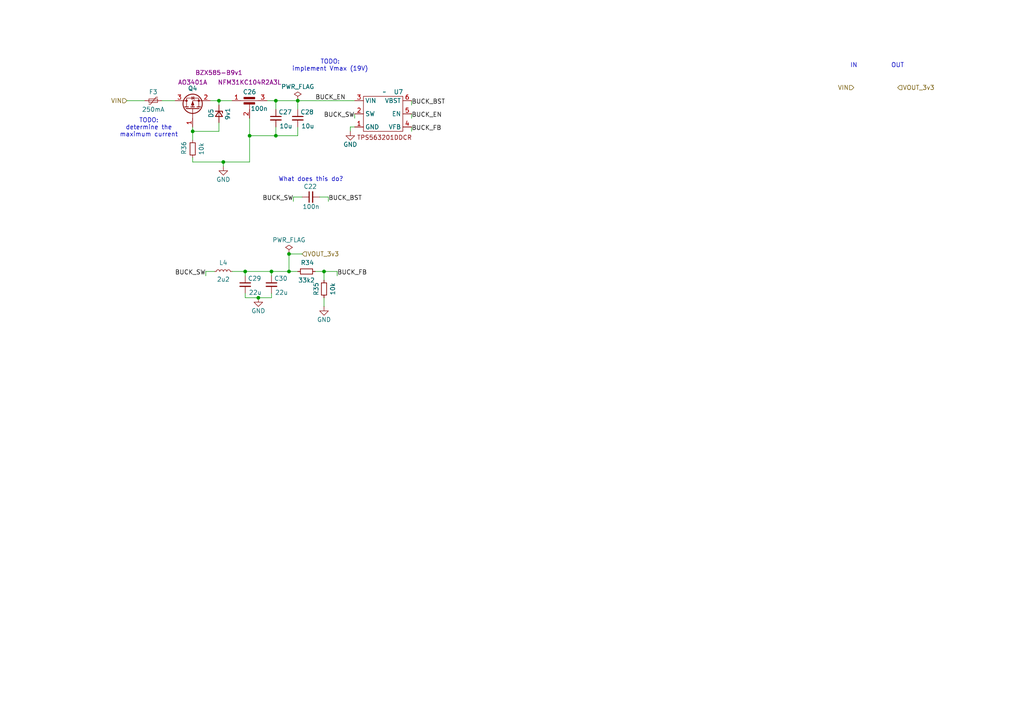
<source format=kicad_sch>
(kicad_sch (version 20231120) (generator "eeschema") (generator_version "8.0")
  (paper "A4")
  (lib_symbols
    (symbol "Device:C_Feedthrough" (pin_names (offset 0.254) hide)
      (property "Reference" "C" (at 0 7.62 0))
      (property "Value" "C_Feedthrough" (at 0 5.715 0))
      (symbol "C_Feedthrough_0_1"
        (rectangle (start -1.651 1.524) (end 1.524 2.032) (fill (type outline)))
        (polyline (pts (xy -2.54 2.54) (xy 2.54 2.54)))
        (polyline (pts (xy 0 0) (xy 0 1.778)))
        (rectangle (start 1.524 3.048) (end -1.651 3.556) (fill (type outline)))
      )
      (symbol "C_Feedthrough_1_1"
        (pin passive line (at -5.08 2.54 0) (length 2.54) (name "1") (number "1"))
        (pin passive line (at 0 -2.54 90) (length 2.54) (name "2") (number "2"))
        (pin passive line (at 5.08 2.54 180) (length 2.54) (name "3") (number "3"))
      )
    )
    (symbol "Device:C_Small" (pin_numbers hide) (pin_names (offset 0.254) hide)
      (property "Reference" "C" (at 0.254 1.778 0))
      (property "Value" "C_Small" (at 0.254 -2.032 0))
      (symbol "C_Small_0_1"
        (polyline (pts (xy -1.524 -0.508) (xy 1.524 -0.508)) (stroke (width 0.3302)))
        (polyline (pts (xy -1.524 0.508) (xy 1.524 0.508)) (stroke (width 0.3048)))
      )
      (symbol "C_Small_1_1"
        (pin passive line (at 0 2.54 270) (length 2.032) (name "~") (number "1"))
        (pin passive line (at 0 -2.54 90) (length 2.032) (name "~") (number "2"))
      )
    )
    (symbol "Device:D_Zener_Small" (pin_numbers hide) (pin_names (offset 0.254) hide)
      (property "Reference" "D" (at 0 2.286 0))
      (property "Value" "D_Zener_Small" (at 0 -2.286 0))
      (symbol "D_Zener_Small_0_1"
        (polyline (pts (xy 0.762 0) (xy -0.762 0)))
        (polyline (pts (xy -0.254 1.016) (xy -0.762 1.016) (xy -0.762 -1.016)) (stroke (width 0.254)))
        (polyline (pts (xy 0.762 1.016) (xy -0.762 0) (xy 0.762 -1.016) (xy 0.762 1.016)) (stroke (width 0.254)))
      )
      (symbol "D_Zener_Small_1_1"
        (pin passive line (at -2.54 0 0) (length 1.778) (name "K") (number "1"))
        (pin passive line (at 2.54 0 180) (length 1.778) (name "A") (number "2"))
      )
    )
    (symbol "Device:L_Small" (pin_numbers hide) (pin_names (offset 0.254) hide)
      (property "Reference" "L" (at 0.762 1.016 0))
      (property "Value" "L_Small" (at 0.762 -1.016 0))
      (symbol "L_Small_0_1"
        (arc (start 0 -2.032) (mid 0.5058 -1.524) (end 0 -1.016))
        (arc (start 0 -1.016) (mid 0.5058 -0.508) (end 0 0))
        (arc (start 0 0) (mid 0.5058 0.508) (end 0 1.016))
        (arc (start 0 1.016) (mid 0.5058 1.524) (end 0 2.032))
      )
      (symbol "L_Small_1_1"
        (pin passive line (at 0 2.54 270) (length 0.508) (name "~") (number "1"))
        (pin passive line (at 0 -2.54 90) (length 0.508) (name "~") (number "2"))
      )
    )
    (symbol "Device:Polyfuse_Small" (pin_numbers hide) (pin_names (offset 0))
      (property "Reference" "F" (at -1.905 0 90))
      (property "Value" "Polyfuse_Small" (at 1.905 0 90))
      (symbol "Polyfuse_Small_0_1"
        (rectangle (start -0.508 1.27) (end 0.508 -1.27))
        (polyline (pts (xy 0 2.54) (xy 0 -2.54)))
        (polyline (pts (xy -1.016 1.27) (xy -1.016 0.762) (xy 1.016 -0.762) (xy 1.016 -1.27)))
      )
      (symbol "Polyfuse_Small_1_1"
        (pin passive line (at 0 2.54 270) (length 0.635) (name "~") (number "1"))
        (pin passive line (at 0 -2.54 90) (length 0.635) (name "~") (number "2"))
      )
    )
    (symbol "Device:R_Small" (pin_numbers hide) (pin_names (offset 0.254) hide)
      (property "Reference" "R" (at 0.762 0.508 0))
      (property "Value" "R_Small" (at 0.762 -1.016 0))
      (symbol "R_Small_0_1"
        (rectangle (start -0.762 1.778) (end 0.762 -1.778) (stroke (width 0.2032)))
      )
      (symbol "R_Small_1_1"
        (pin passive line (at 0 2.54 270) (length 0.762) (name "~") (number "1"))
        (pin passive line (at 0 -2.54 90) (length 0.762) (name "~") (number "2"))
      )
    )
    (symbol "Marijn:TPS563201DDCR"
      (property "Reference" "U" (at 5.334 6.858 0))
      (symbol "TPS563201DDCR_0_1"
        (rectangle (start -5.08 5.08) (end 6.35 -5.08))
      )
      (symbol "TPS563201DDCR_1_1"
        (text "TPS563201DDCR" (at 1.016 -6.858 0) (effects (font (size 1.27 1.27))))
        (pin input line (at -7.62 -3.81 0) (length 2.54) (name "GND") (number "1"))
        (pin output line (at -7.62 0 0) (length 2.54) (name "SW") (number "2"))
        (pin input line (at -7.62 3.81 0) (length 2.54) (name "VIN") (number "3"))
        (pin input line (at 8.89 -3.81 180) (length 2.54) (name "VFB") (number "4"))
        (pin input line (at 8.89 0 180) (length 2.54) (name "EN") (number "5"))
        (pin output line (at 8.89 3.81 180) (length 2.54) (name "VBST") (number "6"))
      )
    )
    (symbol "Transistor_FET:AO3401A" (pin_names hide)
      (property "Reference" "Q" (at 5.08 1.905 0))
      (property "Value" "AO3401A" (at 5.08 0 0))
      (symbol "AO3401A_0_1"
        (polyline (pts (xy 0.254 0) (xy -2.54 0)))
        (polyline (pts (xy 0.254 1.905) (xy 0.254 -1.905)) (stroke (width 0.254)))
        (polyline (pts (xy 0.762 -1.27) (xy 0.762 -2.286)) (stroke (width 0.254)))
        (polyline (pts (xy 0.762 0.508) (xy 0.762 -0.508)) (stroke (width 0.254)))
        (polyline (pts (xy 0.762 2.286) (xy 0.762 1.27)) (stroke (width 0.254)))
        (polyline (pts (xy 2.54 2.54) (xy 2.54 1.778)))
        (polyline (pts (xy 2.54 -2.54) (xy 2.54 0) (xy 0.762 0)))
        (polyline (pts (xy 0.762 1.778) (xy 3.302 1.778) (xy 3.302 -1.778) (xy 0.762 -1.778)))
        (polyline (pts (xy 2.286 0) (xy 1.27 0.381) (xy 1.27 -0.381) (xy 2.286 0)) (fill (type outline)))
        (polyline (pts (xy 2.794 -0.508) (xy 2.921 -0.381) (xy 3.683 -0.381) (xy 3.81 -0.254)))
        (polyline (pts (xy 3.302 -0.381) (xy 2.921 0.254) (xy 3.683 0.254) (xy 3.302 -0.381)))
        (circle (center 1.651 0) (radius 2.794) (stroke (width 0.254)))
        (circle (center 2.54 -1.778) (radius 0.254) (fill (type outline)))
        (circle (center 2.54 1.778) (radius 0.254) (fill (type outline)))
      )
      (symbol "AO3401A_1_1"
        (pin input line (at -5.08 0 0) (length 2.54) (name "G") (number "1"))
        (pin passive line (at 2.54 -5.08 90) (length 2.54) (name "S") (number "2"))
        (pin passive line (at 2.54 5.08 270) (length 2.54) (name "D") (number "3"))
      )
    )
    (symbol "power:GND" (power) (pin_numbers hide) (pin_names (offset 0) hide)
      (property "Value" "GND" (at 0 -3.81 0))
      (symbol "GND_0_1"
        (polyline (pts (xy 0 0) (xy 0 -1.27) (xy 1.27 -1.27) (xy 0 -2.54) (xy -1.27 -1.27) (xy 0 -1.27)))
      )
      (symbol "GND_1_1"
        (pin power_in line (at 0 0 270) (length 0) (name "~") (number "1"))
      )
    )
    (symbol "power:PWR_FLAG" (power) (pin_numbers hide) (pin_names (offset 0) hide)
      (property "Value" "PWR_FLAG" (at 0 3.81 0))
      (symbol "PWR_FLAG_0_0"
        (pin power_out line (at 0 0 90) (length 0) (name "~") (number "1"))
      )
      (symbol "PWR_FLAG_0_1"
        (polyline (pts (xy 0 0) (xy 0 1.27) (xy -1.016 1.905) (xy 0 2.54) (xy 1.016 1.905) (xy 0 1.27)))
      )
    )
  )
  (junction (at 78.74 78.74))
  (junction (at 80.01 39.37))
  (junction (at 74.93 86.36))
  (junction (at 83.82 73.66))
  (junction (at 71.12 78.74))
  (junction (at 86.36 29.21))
  (junction (at 93.98 78.74))
  (junction (at 64.77 46.99))
  (junction (at 83.82 78.74))
  (junction (at 63.5 29.21))
  (junction (at 55.88 38.1))
  (junction (at 80.01 29.21))
  (junction (at 72.39 39.37))
  (wire (pts (xy 80.01 29.21) (xy 80.01 31.75)))
  (wire (pts (xy 85.09 58.42) (xy 85.09 57.15)))
  (wire (pts (xy 63.5 29.21) (xy 63.5 30.48)))
  (wire (pts (xy 119.38 38.1) (xy 119.38 36.83)))
  (wire (pts (xy 83.82 73.66) (xy 83.82 78.74)))
  (wire (pts (xy 93.98 86.36) (xy 93.98 88.9)))
  (wire (pts (xy 97.79 78.74) (xy 93.98 78.74)))
  (wire (pts (xy 64.77 46.99) (xy 64.77 48.26)))
  (wire (pts (xy 59.69 78.74) (xy 62.23 78.74)))
  (wire (pts (xy 102.87 34.29) (xy 102.87 33.02)))
  (wire (pts (xy 59.69 80.01) (xy 59.69 78.74)))
  (wire (pts (xy 67.31 78.74) (xy 71.12 78.74)))
  (wire (pts (xy 63.5 29.21) (xy 67.31 29.21)))
  (wire (pts (xy 93.98 78.74) (xy 93.98 81.28)))
  (wire (pts (xy 80.01 39.37) (xy 86.36 39.37)))
  (wire (pts (xy 74.93 86.36) (xy 78.74 86.36)))
  (wire (pts (xy 72.39 39.37) (xy 72.39 34.29)))
  (wire (pts (xy 95.25 57.15) (xy 92.71 57.15)))
  (wire (pts (xy 86.36 29.21) (xy 102.87 29.21)))
  (wire (pts (xy 87.63 73.66) (xy 83.82 73.66)))
  (wire (pts (xy 60.96 29.21) (xy 63.5 29.21)))
  (wire (pts (xy 119.38 30.48) (xy 119.38 29.21)))
  (wire (pts (xy 71.12 78.74) (xy 78.74 78.74)))
  (wire (pts (xy 91.44 78.74) (xy 93.98 78.74)))
  (wire (pts (xy 83.82 78.74) (xy 86.36 78.74)))
  (wire (pts (xy 63.5 35.56) (xy 63.5 38.1)))
  (wire (pts (xy 78.74 78.74) (xy 83.82 78.74)))
  (wire (pts (xy 77.47 29.21) (xy 80.01 29.21)))
  (wire (pts (xy 78.74 78.74) (xy 78.74 80.01)))
  (wire (pts (xy 55.88 45.72) (xy 55.88 46.99)))
  (wire (pts (xy 78.74 86.36) (xy 78.74 85.09)))
  (wire (pts (xy 55.88 38.1) (xy 55.88 40.64)))
  (wire (pts (xy 71.12 85.09) (xy 71.12 86.36)))
  (wire (pts (xy 86.36 31.75) (xy 86.36 29.21)))
  (wire (pts (xy 101.6 36.83) (xy 102.87 36.83)))
  (wire (pts (xy 63.5 38.1) (xy 55.88 38.1)))
  (wire (pts (xy 72.39 46.99) (xy 72.39 39.37)))
  (wire (pts (xy 71.12 78.74) (xy 71.12 80.01)))
  (wire (pts (xy 46.99 29.21) (xy 50.8 29.21)))
  (wire (pts (xy 80.01 29.21) (xy 86.36 29.21)))
  (wire (pts (xy 95.25 58.42) (xy 95.25 57.15)))
  (wire (pts (xy 86.36 39.37) (xy 86.36 36.83)))
  (wire (pts (xy 36.83 29.21) (xy 41.91 29.21)))
  (wire (pts (xy 119.38 34.29) (xy 119.38 33.02)))
  (wire (pts (xy 101.6 38.1) (xy 101.6 36.83)))
  (wire (pts (xy 55.88 46.99) (xy 64.77 46.99)))
  (wire (pts (xy 64.77 46.99) (xy 72.39 46.99)))
  (wire (pts (xy 80.01 36.83) (xy 80.01 39.37)))
  (wire (pts (xy 97.79 80.01) (xy 97.79 78.74)))
  (wire (pts (xy 85.09 57.15) (xy 87.63 57.15)))
  (wire (pts (xy 72.39 39.37) (xy 80.01 39.37)))
  (wire (pts (xy 55.88 38.1) (xy 55.88 36.83)))
  (wire (pts (xy 74.93 86.36) (xy 71.12 86.36)))
  (text "TODO:\ndetermine the\nmaximum current" (at 43.18 37.084 0) (effects (font (size 1.27 1.27))))
  (text "What does this do?" (at 90.17 52.07 0) (effects (font (size 1.27 1.27))))
  (text "IN" (at 247.65 19.05 0) (effects (font (size 1.27 1.27))))
  (text "TODO:\nimplement Vmax (19V)" (at 95.758 19.05 0) (effects (font (size 1.27 1.27))))
  (text "OUT" (at 260.35 19.05 0) (effects (font (size 1.27 1.27))))
  (label "BUCK_SW" (at 85.09 58.42 180))
  (label "BUCK_BST" (at 95.25 58.42 0))
  (label "BUCK_SW" (at 59.69 80.01 180))
  (label "BUCK_FB" (at 119.38 38.1 0))
  (label "BUCK_EN" (at 119.38 34.29 0))
  (label "BUCK_SW" (at 102.87 34.29 180))
  (label "BUCK_FB" (at 97.79 80.01 0))
  (label "BUCK_EN" (at 91.44 29.21 0))
  (label "BUCK_BST" (at 119.38 30.48 0))
  (hierarchical_label "VOUT_3v3" (shape input) (at 260.35 25.4 0))
  (hierarchical_label "VIN" (shape input) (at 36.83 29.21 180))
  (hierarchical_label "VIN" (shape input) (at 247.65 25.4 180))
  (hierarchical_label "VOUT_3v3" (shape input) (at 87.63 73.66 0))
  (symbol (lib_id "power:GND") (at 93.98 88.9 0) (unit 1)
    (property "Reference" "#PWR060" (effects (hide yes)))
    (property "Value" "GND" (at 93.98 92.71 0))
    (property "Description" "Power symbol creates a global label with name \"GND\" , ground" (effects (hide yes)))
  )
  (symbol (lib_id "Marijn:TPS563201DDCR") (at 110.49 33.02 0) (unit 1)
    (property "Reference" "U7" (at 115.57 26.67 0))
    (property "Value" "~" (at 111.506 26.67 0))
  )
  (symbol (lib_id "Device:C_Small") (at 86.36 34.29 0) (unit 1)
    (property "Reference" "C28" (at 87.122 32.512 0) (effects (justify left)))
    (property "Value" "10u" (at 87.376 36.576 0) (effects (justify left)))
    (property "Footprint" "Capacitor_SMD:C_1206_3216Metric" (effects (hide yes)))
    (property "Description" "Unpolarized capacitor, small symbol" (effects (hide yes)))
  )
  (symbol (lib_id "Device:C_Small") (at 71.12 82.55 0) (unit 1)
    (property "Reference" "C29" (at 71.882 80.772 0) (effects (justify left)))
    (property "Value" "22u" (at 72.136 84.836 0) (effects (justify left)))
    (property "Footprint" "Capacitor_SMD:C_1206_3216Metric" (effects (hide yes)))
    (property "Description" "Unpolarized capacitor, small symbol" (effects (hide yes)))
  )
  (symbol (lib_id "Device:C_Small") (at 80.01 34.29 0) (unit 1)
    (property "Reference" "C27" (at 80.772 32.512 0) (effects (justify left)))
    (property "Value" "10u" (at 81.026 36.576 0) (effects (justify left)))
    (property "Footprint" "Capacitor_SMD:C_1206_3216Metric" (effects (hide yes)))
    (property "Description" "Unpolarized capacitor, small symbol" (effects (hide yes)))
  )
  (symbol (lib_id "Device:C_Feedthrough") (at 72.39 31.75 0) (unit 1)
    (property "Reference" "C26" (at 72.39 26.67 0))
    (property "Value" "100n" (at 75.184 31.496 0))
    (property "Description" "NFM31KC104R2A3L" (at 72.39 23.876 0))
  )
  (symbol (lib_id "power:GND") (at 74.93 86.36 0) (unit 1)
    (property "Reference" "#PWR062" (effects (hide yes)))
    (property "Value" "GND" (at 74.93 90.17 0))
    (property "Description" "Power symbol creates a global label with name \"GND\" , ground" (effects (hide yes)))
  )
  (symbol (lib_id "Device:R_Small") (at 55.88 43.18 0) (unit 1)
    (property "Reference" "R36" (at 53.34 42.926 90))
    (property "Value" "10k" (at 58.42 43.18 90))
    (property "Description" "Resistor, small symbol" (effects (hide yes)))
  )
  (symbol (lib_id "power:GND") (at 64.77 48.26 0) (unit 1)
    (property "Reference" "#PWR061" (effects (hide yes)))
    (property "Value" "GND" (at 64.77 52.07 0))
    (property "Description" "Power symbol creates a global label with name \"GND\" , ground" (effects (hide yes)))
  )
  (symbol (lib_id "Device:R_Small") (at 93.98 83.82 180) (unit 1)
    (property "Reference" "R35" (at 91.694 83.82 90))
    (property "Value" "10k" (at 96.52 83.82 90))
    (property "Description" "Resistor, small symbol" (effects (hide yes)))
  )
  (symbol (lib_id "Device:Polyfuse_Small") (at 44.45 29.21 90) (unit 1)
    (property "Reference" "F3" (at 44.45 26.67 90))
    (property "Value" "250mA" (at 44.45 31.75 90))
    (property "Footprint" "Fuse:Fuse_1206_3216Metric" (effects (hide yes)))
    (property "Description" "Resettable fuse, polymeric positive temperature coefficient, small symbol" (effects (hide yes)))
  )
  (symbol (lib_id "Device:C_Small") (at 90.17 57.15 90) (unit 1)
    (property "Reference" "C22" (at 91.948 54.102 90) (effects (justify left)))
    (property "Value" "100n" (at 92.71 59.944 90) (effects (justify left)))
    (property "Footprint" "Capacitor_SMD:C_0603_1608Metric" (effects (hide yes)))
    (property "Description" "Unpolarized capacitor, small symbol" (effects (hide yes)))
  )
  (symbol (lib_id "Device:L_Small") (at 64.77 78.74 90) (unit 1)
    (property "Reference" "L4" (at 64.77 76.2 90))
    (property "Value" "2u2" (at 64.77 81.026 90))
    (property "Description" "Inductor, small symbol" (effects (hide yes)))
  )
  (symbol (lib_id "Device:C_Small") (at 78.74 82.55 0) (unit 1)
    (property "Reference" "C30" (at 79.502 80.772 0) (effects (justify left)))
    (property "Value" "22u" (at 79.756 84.836 0) (effects (justify left)))
    (property "Footprint" "Capacitor_SMD:C_1206_3216Metric" (effects (hide yes)))
    (property "Description" "Unpolarized capacitor, small symbol" (effects (hide yes)))
  )
  (symbol (lib_id "power:PWR_FLAG") (at 86.36 29.21 0) (unit 1)
    (property "Reference" "#FLG07" (effects (hide yes)))
    (property "Value" "PWR_FLAG" (at 86.36 25.146 0))
    (property "Description" "Special symbol for telling ERC where power comes from" (effects (hide yes)))
  )
  (symbol (lib_id "power:GND") (at 101.6 38.1 0) (unit 1)
    (property "Reference" "#PWR051" (effects (hide yes)))
    (property "Value" "GND" (at 101.6 41.91 0))
    (property "Description" "Power symbol creates a global label with name \"GND\" , ground" (effects (hide yes)))
  )
  (symbol (lib_id "power:PWR_FLAG") (at 83.82 73.66 0) (unit 1)
    (property "Reference" "#FLG06" (effects (hide yes)))
    (property "Value" "PWR_FLAG" (at 83.82 69.596 0))
    (property "Description" "Special symbol for telling ERC where power comes from" (effects (hide yes)))
  )
  (symbol (lib_id "Device:R_Small") (at 88.9 78.74 270) (unit 1)
    (property "Reference" "R34" (at 89.154 76.2 90))
    (property "Value" "33k2" (at 88.9 81.28 90))
    (property "Description" "Resistor, small symbol" (effects (hide yes)))
  )
  (symbol (lib_id "Device:D_Zener_Small") (at 63.5 33.02 270) (unit 1)
    (property "Reference" "D5" (at 61.214 31.496 0) (effects (justify left)))
    (property "Value" "9v1" (at 66.04 31.242 0) (effects (justify left)))
    (property "Description" "BZX585-B9v1" (at 63.5 21.082 90))
  )
  (symbol (lib_id "Transistor_FET:AO3401A") (at 55.88 31.75 90) (unit 1)
    (property "Reference" "Q4" (at 55.88 25.654 90))
    (property "Value" "AO3401A" (effects (hide yes)))
    (property "Footprint" "Package_TO_SOT_SMD:SOT-23" (effects (hide yes)))
    (property "Datasheet" "http://www.aosmd.com/pdfs/datasheet/AO3401A.pdf" (effects (hide yes)))
    (property "Description" "AO3401A" (at 55.88 23.876 90))
  )
)
</source>
